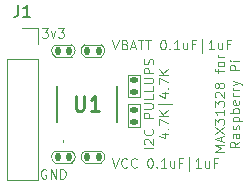
<source format=gbr>
%TF.GenerationSoftware,KiCad,Pcbnew,8.0.4*%
%TF.CreationDate,2024-08-21T17:48:23-04:00*%
%TF.ProjectId,pi_max31328,70695f6d-6178-4333-9133-32382e6b6963,rev?*%
%TF.SameCoordinates,Original*%
%TF.FileFunction,Legend,Top*%
%TF.FilePolarity,Positive*%
%FSLAX46Y46*%
G04 Gerber Fmt 4.6, Leading zero omitted, Abs format (unit mm)*
G04 Created by KiCad (PCBNEW 8.0.4) date 2024-08-21 17:48:23*
%MOMM*%
%LPD*%
G01*
G04 APERTURE LIST*
G04 Aperture macros list*
%AMRoundRect*
0 Rectangle with rounded corners*
0 $1 Rounding radius*
0 $2 $3 $4 $5 $6 $7 $8 $9 X,Y pos of 4 corners*
0 Add a 4 corners polygon primitive as box body*
4,1,4,$2,$3,$4,$5,$6,$7,$8,$9,$2,$3,0*
0 Add four circle primitives for the rounded corners*
1,1,$1+$1,$2,$3*
1,1,$1+$1,$4,$5*
1,1,$1+$1,$6,$7*
1,1,$1+$1,$8,$9*
0 Add four rect primitives between the rounded corners*
20,1,$1+$1,$2,$3,$4,$5,0*
20,1,$1+$1,$4,$5,$6,$7,0*
20,1,$1+$1,$6,$7,$8,$9,0*
20,1,$1+$1,$8,$9,$2,$3,0*%
G04 Aperture macros list end*
%ADD10C,0.100000*%
%ADD11C,0.150000*%
%ADD12C,0.254000*%
%ADD13C,0.120000*%
%ADD14C,0.200000*%
%ADD15R,1.700000X1.700000*%
%ADD16O,1.700000X1.700000*%
%ADD17R,0.450000X0.875000*%
%ADD18RoundRect,0.140000X-0.140000X-0.170000X0.140000X-0.170000X0.140000X0.170000X-0.140000X0.170000X0*%
%ADD19RoundRect,0.140000X0.140000X0.170000X-0.140000X0.170000X-0.140000X-0.170000X0.140000X-0.170000X0*%
%ADD20RoundRect,0.135000X-0.185000X0.135000X-0.185000X-0.135000X0.185000X-0.135000X0.185000X0.135000X0*%
%ADD21RoundRect,0.135000X0.185000X-0.135000X0.185000X0.135000X-0.185000X0.135000X-0.185000X-0.135000X0*%
G04 APERTURE END LIST*
D10*
X25641979Y-21596895D02*
X25908646Y-22396895D01*
X25908646Y-22396895D02*
X26175312Y-21596895D01*
X26708645Y-21977847D02*
X26822931Y-22015942D01*
X26822931Y-22015942D02*
X26861026Y-22054038D01*
X26861026Y-22054038D02*
X26899122Y-22130228D01*
X26899122Y-22130228D02*
X26899122Y-22244514D01*
X26899122Y-22244514D02*
X26861026Y-22320704D01*
X26861026Y-22320704D02*
X26822931Y-22358800D01*
X26822931Y-22358800D02*
X26746741Y-22396895D01*
X26746741Y-22396895D02*
X26441979Y-22396895D01*
X26441979Y-22396895D02*
X26441979Y-21596895D01*
X26441979Y-21596895D02*
X26708645Y-21596895D01*
X26708645Y-21596895D02*
X26784836Y-21634990D01*
X26784836Y-21634990D02*
X26822931Y-21673085D01*
X26822931Y-21673085D02*
X26861026Y-21749276D01*
X26861026Y-21749276D02*
X26861026Y-21825466D01*
X26861026Y-21825466D02*
X26822931Y-21901657D01*
X26822931Y-21901657D02*
X26784836Y-21939752D01*
X26784836Y-21939752D02*
X26708645Y-21977847D01*
X26708645Y-21977847D02*
X26441979Y-21977847D01*
X27203883Y-22168323D02*
X27584836Y-22168323D01*
X27127693Y-22396895D02*
X27394360Y-21596895D01*
X27394360Y-21596895D02*
X27661026Y-22396895D01*
X27813407Y-21596895D02*
X28270550Y-21596895D01*
X28041978Y-22396895D02*
X28041978Y-21596895D01*
X28422931Y-21596895D02*
X28880074Y-21596895D01*
X28651502Y-22396895D02*
X28651502Y-21596895D01*
X29908646Y-21596895D02*
X29984836Y-21596895D01*
X29984836Y-21596895D02*
X30061027Y-21634990D01*
X30061027Y-21634990D02*
X30099122Y-21673085D01*
X30099122Y-21673085D02*
X30137217Y-21749276D01*
X30137217Y-21749276D02*
X30175312Y-21901657D01*
X30175312Y-21901657D02*
X30175312Y-22092133D01*
X30175312Y-22092133D02*
X30137217Y-22244514D01*
X30137217Y-22244514D02*
X30099122Y-22320704D01*
X30099122Y-22320704D02*
X30061027Y-22358800D01*
X30061027Y-22358800D02*
X29984836Y-22396895D01*
X29984836Y-22396895D02*
X29908646Y-22396895D01*
X29908646Y-22396895D02*
X29832455Y-22358800D01*
X29832455Y-22358800D02*
X29794360Y-22320704D01*
X29794360Y-22320704D02*
X29756265Y-22244514D01*
X29756265Y-22244514D02*
X29718169Y-22092133D01*
X29718169Y-22092133D02*
X29718169Y-21901657D01*
X29718169Y-21901657D02*
X29756265Y-21749276D01*
X29756265Y-21749276D02*
X29794360Y-21673085D01*
X29794360Y-21673085D02*
X29832455Y-21634990D01*
X29832455Y-21634990D02*
X29908646Y-21596895D01*
X30518170Y-22320704D02*
X30556265Y-22358800D01*
X30556265Y-22358800D02*
X30518170Y-22396895D01*
X30518170Y-22396895D02*
X30480074Y-22358800D01*
X30480074Y-22358800D02*
X30518170Y-22320704D01*
X30518170Y-22320704D02*
X30518170Y-22396895D01*
X31318169Y-22396895D02*
X30861026Y-22396895D01*
X31089598Y-22396895D02*
X31089598Y-21596895D01*
X31089598Y-21596895D02*
X31013407Y-21711180D01*
X31013407Y-21711180D02*
X30937217Y-21787371D01*
X30937217Y-21787371D02*
X30861026Y-21825466D01*
X32003884Y-21863561D02*
X32003884Y-22396895D01*
X31661027Y-21863561D02*
X31661027Y-22282609D01*
X31661027Y-22282609D02*
X31699122Y-22358800D01*
X31699122Y-22358800D02*
X31775312Y-22396895D01*
X31775312Y-22396895D02*
X31889598Y-22396895D01*
X31889598Y-22396895D02*
X31965789Y-22358800D01*
X31965789Y-22358800D02*
X32003884Y-22320704D01*
X32651503Y-21977847D02*
X32384837Y-21977847D01*
X32384837Y-22396895D02*
X32384837Y-21596895D01*
X32384837Y-21596895D02*
X32765789Y-21596895D01*
X33261027Y-22663561D02*
X33261027Y-21520704D01*
X34251503Y-22396895D02*
X33794360Y-22396895D01*
X34022932Y-22396895D02*
X34022932Y-21596895D01*
X34022932Y-21596895D02*
X33946741Y-21711180D01*
X33946741Y-21711180D02*
X33870551Y-21787371D01*
X33870551Y-21787371D02*
X33794360Y-21825466D01*
X34937218Y-21863561D02*
X34937218Y-22396895D01*
X34594361Y-21863561D02*
X34594361Y-22282609D01*
X34594361Y-22282609D02*
X34632456Y-22358800D01*
X34632456Y-22358800D02*
X34708646Y-22396895D01*
X34708646Y-22396895D02*
X34822932Y-22396895D01*
X34822932Y-22396895D02*
X34899123Y-22358800D01*
X34899123Y-22358800D02*
X34937218Y-22320704D01*
X35584837Y-21977847D02*
X35318171Y-21977847D01*
X35318171Y-22396895D02*
X35318171Y-21596895D01*
X35318171Y-21596895D02*
X35699123Y-21596895D01*
X35108940Y-31038095D02*
X34308940Y-31038095D01*
X34308940Y-31038095D02*
X34880368Y-30771429D01*
X34880368Y-30771429D02*
X34308940Y-30504762D01*
X34308940Y-30504762D02*
X35108940Y-30504762D01*
X34880368Y-30161905D02*
X34880368Y-29780952D01*
X35108940Y-30238095D02*
X34308940Y-29971428D01*
X34308940Y-29971428D02*
X35108940Y-29704762D01*
X34308940Y-29514286D02*
X35108940Y-28980952D01*
X34308940Y-28980952D02*
X35108940Y-29514286D01*
X34308940Y-28752381D02*
X34308940Y-28257143D01*
X34308940Y-28257143D02*
X34613702Y-28523809D01*
X34613702Y-28523809D02*
X34613702Y-28409524D01*
X34613702Y-28409524D02*
X34651797Y-28333333D01*
X34651797Y-28333333D02*
X34689892Y-28295238D01*
X34689892Y-28295238D02*
X34766083Y-28257143D01*
X34766083Y-28257143D02*
X34956559Y-28257143D01*
X34956559Y-28257143D02*
X35032749Y-28295238D01*
X35032749Y-28295238D02*
X35070845Y-28333333D01*
X35070845Y-28333333D02*
X35108940Y-28409524D01*
X35108940Y-28409524D02*
X35108940Y-28638095D01*
X35108940Y-28638095D02*
X35070845Y-28714286D01*
X35070845Y-28714286D02*
X35032749Y-28752381D01*
X35108940Y-27495238D02*
X35108940Y-27952381D01*
X35108940Y-27723809D02*
X34308940Y-27723809D01*
X34308940Y-27723809D02*
X34423225Y-27800000D01*
X34423225Y-27800000D02*
X34499416Y-27876190D01*
X34499416Y-27876190D02*
X34537511Y-27952381D01*
X34308940Y-27228571D02*
X34308940Y-26733333D01*
X34308940Y-26733333D02*
X34613702Y-26999999D01*
X34613702Y-26999999D02*
X34613702Y-26885714D01*
X34613702Y-26885714D02*
X34651797Y-26809523D01*
X34651797Y-26809523D02*
X34689892Y-26771428D01*
X34689892Y-26771428D02*
X34766083Y-26733333D01*
X34766083Y-26733333D02*
X34956559Y-26733333D01*
X34956559Y-26733333D02*
X35032749Y-26771428D01*
X35032749Y-26771428D02*
X35070845Y-26809523D01*
X35070845Y-26809523D02*
X35108940Y-26885714D01*
X35108940Y-26885714D02*
X35108940Y-27114285D01*
X35108940Y-27114285D02*
X35070845Y-27190476D01*
X35070845Y-27190476D02*
X35032749Y-27228571D01*
X34385130Y-26428571D02*
X34347035Y-26390475D01*
X34347035Y-26390475D02*
X34308940Y-26314285D01*
X34308940Y-26314285D02*
X34308940Y-26123809D01*
X34308940Y-26123809D02*
X34347035Y-26047618D01*
X34347035Y-26047618D02*
X34385130Y-26009523D01*
X34385130Y-26009523D02*
X34461321Y-25971428D01*
X34461321Y-25971428D02*
X34537511Y-25971428D01*
X34537511Y-25971428D02*
X34651797Y-26009523D01*
X34651797Y-26009523D02*
X35108940Y-26466666D01*
X35108940Y-26466666D02*
X35108940Y-25971428D01*
X34651797Y-25514285D02*
X34613702Y-25590475D01*
X34613702Y-25590475D02*
X34575606Y-25628570D01*
X34575606Y-25628570D02*
X34499416Y-25666666D01*
X34499416Y-25666666D02*
X34461321Y-25666666D01*
X34461321Y-25666666D02*
X34385130Y-25628570D01*
X34385130Y-25628570D02*
X34347035Y-25590475D01*
X34347035Y-25590475D02*
X34308940Y-25514285D01*
X34308940Y-25514285D02*
X34308940Y-25361904D01*
X34308940Y-25361904D02*
X34347035Y-25285713D01*
X34347035Y-25285713D02*
X34385130Y-25247618D01*
X34385130Y-25247618D02*
X34461321Y-25209523D01*
X34461321Y-25209523D02*
X34499416Y-25209523D01*
X34499416Y-25209523D02*
X34575606Y-25247618D01*
X34575606Y-25247618D02*
X34613702Y-25285713D01*
X34613702Y-25285713D02*
X34651797Y-25361904D01*
X34651797Y-25361904D02*
X34651797Y-25514285D01*
X34651797Y-25514285D02*
X34689892Y-25590475D01*
X34689892Y-25590475D02*
X34727987Y-25628570D01*
X34727987Y-25628570D02*
X34804178Y-25666666D01*
X34804178Y-25666666D02*
X34956559Y-25666666D01*
X34956559Y-25666666D02*
X35032749Y-25628570D01*
X35032749Y-25628570D02*
X35070845Y-25590475D01*
X35070845Y-25590475D02*
X35108940Y-25514285D01*
X35108940Y-25514285D02*
X35108940Y-25361904D01*
X35108940Y-25361904D02*
X35070845Y-25285713D01*
X35070845Y-25285713D02*
X35032749Y-25247618D01*
X35032749Y-25247618D02*
X34956559Y-25209523D01*
X34956559Y-25209523D02*
X34804178Y-25209523D01*
X34804178Y-25209523D02*
X34727987Y-25247618D01*
X34727987Y-25247618D02*
X34689892Y-25285713D01*
X34689892Y-25285713D02*
X34651797Y-25361904D01*
X34575606Y-24371427D02*
X34575606Y-24066665D01*
X35108940Y-24257141D02*
X34423225Y-24257141D01*
X34423225Y-24257141D02*
X34347035Y-24219046D01*
X34347035Y-24219046D02*
X34308940Y-24142856D01*
X34308940Y-24142856D02*
X34308940Y-24066665D01*
X35108940Y-23685713D02*
X35070845Y-23761903D01*
X35070845Y-23761903D02*
X35032749Y-23799998D01*
X35032749Y-23799998D02*
X34956559Y-23838094D01*
X34956559Y-23838094D02*
X34727987Y-23838094D01*
X34727987Y-23838094D02*
X34651797Y-23799998D01*
X34651797Y-23799998D02*
X34613702Y-23761903D01*
X34613702Y-23761903D02*
X34575606Y-23685713D01*
X34575606Y-23685713D02*
X34575606Y-23571427D01*
X34575606Y-23571427D02*
X34613702Y-23495236D01*
X34613702Y-23495236D02*
X34651797Y-23457141D01*
X34651797Y-23457141D02*
X34727987Y-23419046D01*
X34727987Y-23419046D02*
X34956559Y-23419046D01*
X34956559Y-23419046D02*
X35032749Y-23457141D01*
X35032749Y-23457141D02*
X35070845Y-23495236D01*
X35070845Y-23495236D02*
X35108940Y-23571427D01*
X35108940Y-23571427D02*
X35108940Y-23685713D01*
X35108940Y-23076188D02*
X34575606Y-23076188D01*
X34727987Y-23076188D02*
X34651797Y-23038093D01*
X34651797Y-23038093D02*
X34613702Y-22999998D01*
X34613702Y-22999998D02*
X34575606Y-22923807D01*
X34575606Y-22923807D02*
X34575606Y-22847617D01*
X36396895Y-30199999D02*
X36015942Y-30466666D01*
X36396895Y-30657142D02*
X35596895Y-30657142D01*
X35596895Y-30657142D02*
X35596895Y-30352380D01*
X35596895Y-30352380D02*
X35634990Y-30276190D01*
X35634990Y-30276190D02*
X35673085Y-30238095D01*
X35673085Y-30238095D02*
X35749276Y-30199999D01*
X35749276Y-30199999D02*
X35863561Y-30199999D01*
X35863561Y-30199999D02*
X35939752Y-30238095D01*
X35939752Y-30238095D02*
X35977847Y-30276190D01*
X35977847Y-30276190D02*
X36015942Y-30352380D01*
X36015942Y-30352380D02*
X36015942Y-30657142D01*
X36396895Y-29514285D02*
X35977847Y-29514285D01*
X35977847Y-29514285D02*
X35901657Y-29552380D01*
X35901657Y-29552380D02*
X35863561Y-29628571D01*
X35863561Y-29628571D02*
X35863561Y-29780952D01*
X35863561Y-29780952D02*
X35901657Y-29857142D01*
X36358800Y-29514285D02*
X36396895Y-29590476D01*
X36396895Y-29590476D02*
X36396895Y-29780952D01*
X36396895Y-29780952D02*
X36358800Y-29857142D01*
X36358800Y-29857142D02*
X36282609Y-29895238D01*
X36282609Y-29895238D02*
X36206419Y-29895238D01*
X36206419Y-29895238D02*
X36130228Y-29857142D01*
X36130228Y-29857142D02*
X36092133Y-29780952D01*
X36092133Y-29780952D02*
X36092133Y-29590476D01*
X36092133Y-29590476D02*
X36054038Y-29514285D01*
X36358800Y-29171428D02*
X36396895Y-29095237D01*
X36396895Y-29095237D02*
X36396895Y-28942856D01*
X36396895Y-28942856D02*
X36358800Y-28866666D01*
X36358800Y-28866666D02*
X36282609Y-28828570D01*
X36282609Y-28828570D02*
X36244514Y-28828570D01*
X36244514Y-28828570D02*
X36168323Y-28866666D01*
X36168323Y-28866666D02*
X36130228Y-28942856D01*
X36130228Y-28942856D02*
X36130228Y-29057142D01*
X36130228Y-29057142D02*
X36092133Y-29133332D01*
X36092133Y-29133332D02*
X36015942Y-29171428D01*
X36015942Y-29171428D02*
X35977847Y-29171428D01*
X35977847Y-29171428D02*
X35901657Y-29133332D01*
X35901657Y-29133332D02*
X35863561Y-29057142D01*
X35863561Y-29057142D02*
X35863561Y-28942856D01*
X35863561Y-28942856D02*
X35901657Y-28866666D01*
X35863561Y-28485713D02*
X36663561Y-28485713D01*
X35901657Y-28485713D02*
X35863561Y-28409523D01*
X35863561Y-28409523D02*
X35863561Y-28257142D01*
X35863561Y-28257142D02*
X35901657Y-28180951D01*
X35901657Y-28180951D02*
X35939752Y-28142856D01*
X35939752Y-28142856D02*
X36015942Y-28104761D01*
X36015942Y-28104761D02*
X36244514Y-28104761D01*
X36244514Y-28104761D02*
X36320704Y-28142856D01*
X36320704Y-28142856D02*
X36358800Y-28180951D01*
X36358800Y-28180951D02*
X36396895Y-28257142D01*
X36396895Y-28257142D02*
X36396895Y-28409523D01*
X36396895Y-28409523D02*
X36358800Y-28485713D01*
X36396895Y-27761903D02*
X35596895Y-27761903D01*
X35901657Y-27761903D02*
X35863561Y-27685713D01*
X35863561Y-27685713D02*
X35863561Y-27533332D01*
X35863561Y-27533332D02*
X35901657Y-27457141D01*
X35901657Y-27457141D02*
X35939752Y-27419046D01*
X35939752Y-27419046D02*
X36015942Y-27380951D01*
X36015942Y-27380951D02*
X36244514Y-27380951D01*
X36244514Y-27380951D02*
X36320704Y-27419046D01*
X36320704Y-27419046D02*
X36358800Y-27457141D01*
X36358800Y-27457141D02*
X36396895Y-27533332D01*
X36396895Y-27533332D02*
X36396895Y-27685713D01*
X36396895Y-27685713D02*
X36358800Y-27761903D01*
X36358800Y-26733331D02*
X36396895Y-26809522D01*
X36396895Y-26809522D02*
X36396895Y-26961903D01*
X36396895Y-26961903D02*
X36358800Y-27038093D01*
X36358800Y-27038093D02*
X36282609Y-27076189D01*
X36282609Y-27076189D02*
X35977847Y-27076189D01*
X35977847Y-27076189D02*
X35901657Y-27038093D01*
X35901657Y-27038093D02*
X35863561Y-26961903D01*
X35863561Y-26961903D02*
X35863561Y-26809522D01*
X35863561Y-26809522D02*
X35901657Y-26733331D01*
X35901657Y-26733331D02*
X35977847Y-26695236D01*
X35977847Y-26695236D02*
X36054038Y-26695236D01*
X36054038Y-26695236D02*
X36130228Y-27076189D01*
X36396895Y-26352379D02*
X35863561Y-26352379D01*
X36015942Y-26352379D02*
X35939752Y-26314284D01*
X35939752Y-26314284D02*
X35901657Y-26276189D01*
X35901657Y-26276189D02*
X35863561Y-26199998D01*
X35863561Y-26199998D02*
X35863561Y-26123808D01*
X36396895Y-25857141D02*
X35863561Y-25857141D01*
X36015942Y-25857141D02*
X35939752Y-25819046D01*
X35939752Y-25819046D02*
X35901657Y-25780951D01*
X35901657Y-25780951D02*
X35863561Y-25704760D01*
X35863561Y-25704760D02*
X35863561Y-25628570D01*
X35863561Y-25438094D02*
X36396895Y-25247618D01*
X35863561Y-25057141D02*
X36396895Y-25247618D01*
X36396895Y-25247618D02*
X36587371Y-25323808D01*
X36587371Y-25323808D02*
X36625466Y-25361903D01*
X36625466Y-25361903D02*
X36663561Y-25438094D01*
X36396895Y-24142855D02*
X35596895Y-24142855D01*
X35596895Y-24142855D02*
X35596895Y-23838093D01*
X35596895Y-23838093D02*
X35634990Y-23761903D01*
X35634990Y-23761903D02*
X35673085Y-23723808D01*
X35673085Y-23723808D02*
X35749276Y-23685712D01*
X35749276Y-23685712D02*
X35863561Y-23685712D01*
X35863561Y-23685712D02*
X35939752Y-23723808D01*
X35939752Y-23723808D02*
X35977847Y-23761903D01*
X35977847Y-23761903D02*
X36015942Y-23838093D01*
X36015942Y-23838093D02*
X36015942Y-24142855D01*
X36396895Y-23342855D02*
X35863561Y-23342855D01*
X35596895Y-23342855D02*
X35634990Y-23380951D01*
X35634990Y-23380951D02*
X35673085Y-23342855D01*
X35673085Y-23342855D02*
X35634990Y-23304760D01*
X35634990Y-23304760D02*
X35596895Y-23342855D01*
X35596895Y-23342855D02*
X35673085Y-23342855D01*
X19680074Y-20596895D02*
X20175312Y-20596895D01*
X20175312Y-20596895D02*
X19908646Y-20901657D01*
X19908646Y-20901657D02*
X20022931Y-20901657D01*
X20022931Y-20901657D02*
X20099122Y-20939752D01*
X20099122Y-20939752D02*
X20137217Y-20977847D01*
X20137217Y-20977847D02*
X20175312Y-21054038D01*
X20175312Y-21054038D02*
X20175312Y-21244514D01*
X20175312Y-21244514D02*
X20137217Y-21320704D01*
X20137217Y-21320704D02*
X20099122Y-21358800D01*
X20099122Y-21358800D02*
X20022931Y-21396895D01*
X20022931Y-21396895D02*
X19794360Y-21396895D01*
X19794360Y-21396895D02*
X19718169Y-21358800D01*
X19718169Y-21358800D02*
X19680074Y-21320704D01*
X20441979Y-20863561D02*
X20632455Y-21396895D01*
X20632455Y-21396895D02*
X20822932Y-20863561D01*
X21051503Y-20596895D02*
X21546741Y-20596895D01*
X21546741Y-20596895D02*
X21280075Y-20901657D01*
X21280075Y-20901657D02*
X21394360Y-20901657D01*
X21394360Y-20901657D02*
X21470551Y-20939752D01*
X21470551Y-20939752D02*
X21508646Y-20977847D01*
X21508646Y-20977847D02*
X21546741Y-21054038D01*
X21546741Y-21054038D02*
X21546741Y-21244514D01*
X21546741Y-21244514D02*
X21508646Y-21320704D01*
X21508646Y-21320704D02*
X21470551Y-21358800D01*
X21470551Y-21358800D02*
X21394360Y-21396895D01*
X21394360Y-21396895D02*
X21165789Y-21396895D01*
X21165789Y-21396895D02*
X21089598Y-21358800D01*
X21089598Y-21358800D02*
X21051503Y-21320704D01*
X25641979Y-31596895D02*
X25908646Y-32396895D01*
X25908646Y-32396895D02*
X26175312Y-31596895D01*
X26899122Y-32320704D02*
X26861026Y-32358800D01*
X26861026Y-32358800D02*
X26746741Y-32396895D01*
X26746741Y-32396895D02*
X26670550Y-32396895D01*
X26670550Y-32396895D02*
X26556264Y-32358800D01*
X26556264Y-32358800D02*
X26480074Y-32282609D01*
X26480074Y-32282609D02*
X26441979Y-32206419D01*
X26441979Y-32206419D02*
X26403883Y-32054038D01*
X26403883Y-32054038D02*
X26403883Y-31939752D01*
X26403883Y-31939752D02*
X26441979Y-31787371D01*
X26441979Y-31787371D02*
X26480074Y-31711180D01*
X26480074Y-31711180D02*
X26556264Y-31634990D01*
X26556264Y-31634990D02*
X26670550Y-31596895D01*
X26670550Y-31596895D02*
X26746741Y-31596895D01*
X26746741Y-31596895D02*
X26861026Y-31634990D01*
X26861026Y-31634990D02*
X26899122Y-31673085D01*
X27699122Y-32320704D02*
X27661026Y-32358800D01*
X27661026Y-32358800D02*
X27546741Y-32396895D01*
X27546741Y-32396895D02*
X27470550Y-32396895D01*
X27470550Y-32396895D02*
X27356264Y-32358800D01*
X27356264Y-32358800D02*
X27280074Y-32282609D01*
X27280074Y-32282609D02*
X27241979Y-32206419D01*
X27241979Y-32206419D02*
X27203883Y-32054038D01*
X27203883Y-32054038D02*
X27203883Y-31939752D01*
X27203883Y-31939752D02*
X27241979Y-31787371D01*
X27241979Y-31787371D02*
X27280074Y-31711180D01*
X27280074Y-31711180D02*
X27356264Y-31634990D01*
X27356264Y-31634990D02*
X27470550Y-31596895D01*
X27470550Y-31596895D02*
X27546741Y-31596895D01*
X27546741Y-31596895D02*
X27661026Y-31634990D01*
X27661026Y-31634990D02*
X27699122Y-31673085D01*
X28803884Y-31596895D02*
X28880074Y-31596895D01*
X28880074Y-31596895D02*
X28956265Y-31634990D01*
X28956265Y-31634990D02*
X28994360Y-31673085D01*
X28994360Y-31673085D02*
X29032455Y-31749276D01*
X29032455Y-31749276D02*
X29070550Y-31901657D01*
X29070550Y-31901657D02*
X29070550Y-32092133D01*
X29070550Y-32092133D02*
X29032455Y-32244514D01*
X29032455Y-32244514D02*
X28994360Y-32320704D01*
X28994360Y-32320704D02*
X28956265Y-32358800D01*
X28956265Y-32358800D02*
X28880074Y-32396895D01*
X28880074Y-32396895D02*
X28803884Y-32396895D01*
X28803884Y-32396895D02*
X28727693Y-32358800D01*
X28727693Y-32358800D02*
X28689598Y-32320704D01*
X28689598Y-32320704D02*
X28651503Y-32244514D01*
X28651503Y-32244514D02*
X28613407Y-32092133D01*
X28613407Y-32092133D02*
X28613407Y-31901657D01*
X28613407Y-31901657D02*
X28651503Y-31749276D01*
X28651503Y-31749276D02*
X28689598Y-31673085D01*
X28689598Y-31673085D02*
X28727693Y-31634990D01*
X28727693Y-31634990D02*
X28803884Y-31596895D01*
X29413408Y-32320704D02*
X29451503Y-32358800D01*
X29451503Y-32358800D02*
X29413408Y-32396895D01*
X29413408Y-32396895D02*
X29375312Y-32358800D01*
X29375312Y-32358800D02*
X29413408Y-32320704D01*
X29413408Y-32320704D02*
X29413408Y-32396895D01*
X30213407Y-32396895D02*
X29756264Y-32396895D01*
X29984836Y-32396895D02*
X29984836Y-31596895D01*
X29984836Y-31596895D02*
X29908645Y-31711180D01*
X29908645Y-31711180D02*
X29832455Y-31787371D01*
X29832455Y-31787371D02*
X29756264Y-31825466D01*
X30899122Y-31863561D02*
X30899122Y-32396895D01*
X30556265Y-31863561D02*
X30556265Y-32282609D01*
X30556265Y-32282609D02*
X30594360Y-32358800D01*
X30594360Y-32358800D02*
X30670550Y-32396895D01*
X30670550Y-32396895D02*
X30784836Y-32396895D01*
X30784836Y-32396895D02*
X30861027Y-32358800D01*
X30861027Y-32358800D02*
X30899122Y-32320704D01*
X31546741Y-31977847D02*
X31280075Y-31977847D01*
X31280075Y-32396895D02*
X31280075Y-31596895D01*
X31280075Y-31596895D02*
X31661027Y-31596895D01*
X32156265Y-32663561D02*
X32156265Y-31520704D01*
X33146741Y-32396895D02*
X32689598Y-32396895D01*
X32918170Y-32396895D02*
X32918170Y-31596895D01*
X32918170Y-31596895D02*
X32841979Y-31711180D01*
X32841979Y-31711180D02*
X32765789Y-31787371D01*
X32765789Y-31787371D02*
X32689598Y-31825466D01*
X33832456Y-31863561D02*
X33832456Y-32396895D01*
X33489599Y-31863561D02*
X33489599Y-32282609D01*
X33489599Y-32282609D02*
X33527694Y-32358800D01*
X33527694Y-32358800D02*
X33603884Y-32396895D01*
X33603884Y-32396895D02*
X33718170Y-32396895D01*
X33718170Y-32396895D02*
X33794361Y-32358800D01*
X33794361Y-32358800D02*
X33832456Y-32320704D01*
X34480075Y-31977847D02*
X34213409Y-31977847D01*
X34213409Y-32396895D02*
X34213409Y-31596895D01*
X34213409Y-31596895D02*
X34594361Y-31596895D01*
X20030312Y-32574990D02*
X19954122Y-32536895D01*
X19954122Y-32536895D02*
X19839836Y-32536895D01*
X19839836Y-32536895D02*
X19725550Y-32574990D01*
X19725550Y-32574990D02*
X19649360Y-32651180D01*
X19649360Y-32651180D02*
X19611265Y-32727371D01*
X19611265Y-32727371D02*
X19573169Y-32879752D01*
X19573169Y-32879752D02*
X19573169Y-32994038D01*
X19573169Y-32994038D02*
X19611265Y-33146419D01*
X19611265Y-33146419D02*
X19649360Y-33222609D01*
X19649360Y-33222609D02*
X19725550Y-33298800D01*
X19725550Y-33298800D02*
X19839836Y-33336895D01*
X19839836Y-33336895D02*
X19916027Y-33336895D01*
X19916027Y-33336895D02*
X20030312Y-33298800D01*
X20030312Y-33298800D02*
X20068408Y-33260704D01*
X20068408Y-33260704D02*
X20068408Y-32994038D01*
X20068408Y-32994038D02*
X19916027Y-32994038D01*
X20411265Y-33336895D02*
X20411265Y-32536895D01*
X20411265Y-32536895D02*
X20868408Y-33336895D01*
X20868408Y-33336895D02*
X20868408Y-32536895D01*
X21249360Y-33336895D02*
X21249360Y-32536895D01*
X21249360Y-32536895D02*
X21439836Y-32536895D01*
X21439836Y-32536895D02*
X21554122Y-32574990D01*
X21554122Y-32574990D02*
X21630312Y-32651180D01*
X21630312Y-32651180D02*
X21668407Y-32727371D01*
X21668407Y-32727371D02*
X21706503Y-32879752D01*
X21706503Y-32879752D02*
X21706503Y-32994038D01*
X21706503Y-32994038D02*
X21668407Y-33146419D01*
X21668407Y-33146419D02*
X21630312Y-33222609D01*
X21630312Y-33222609D02*
X21554122Y-33298800D01*
X21554122Y-33298800D02*
X21439836Y-33336895D01*
X21439836Y-33336895D02*
X21249360Y-33336895D01*
X29108940Y-30752380D02*
X28308940Y-30752380D01*
X28385130Y-30409524D02*
X28347035Y-30371428D01*
X28347035Y-30371428D02*
X28308940Y-30295238D01*
X28308940Y-30295238D02*
X28308940Y-30104762D01*
X28308940Y-30104762D02*
X28347035Y-30028571D01*
X28347035Y-30028571D02*
X28385130Y-29990476D01*
X28385130Y-29990476D02*
X28461321Y-29952381D01*
X28461321Y-29952381D02*
X28537511Y-29952381D01*
X28537511Y-29952381D02*
X28651797Y-29990476D01*
X28651797Y-29990476D02*
X29108940Y-30447619D01*
X29108940Y-30447619D02*
X29108940Y-29952381D01*
X29032749Y-29152380D02*
X29070845Y-29190476D01*
X29070845Y-29190476D02*
X29108940Y-29304761D01*
X29108940Y-29304761D02*
X29108940Y-29380952D01*
X29108940Y-29380952D02*
X29070845Y-29495238D01*
X29070845Y-29495238D02*
X28994654Y-29571428D01*
X28994654Y-29571428D02*
X28918464Y-29609523D01*
X28918464Y-29609523D02*
X28766083Y-29647619D01*
X28766083Y-29647619D02*
X28651797Y-29647619D01*
X28651797Y-29647619D02*
X28499416Y-29609523D01*
X28499416Y-29609523D02*
X28423225Y-29571428D01*
X28423225Y-29571428D02*
X28347035Y-29495238D01*
X28347035Y-29495238D02*
X28308940Y-29380952D01*
X28308940Y-29380952D02*
X28308940Y-29304761D01*
X28308940Y-29304761D02*
X28347035Y-29190476D01*
X28347035Y-29190476D02*
X28385130Y-29152380D01*
X29108940Y-28199999D02*
X28308940Y-28199999D01*
X28308940Y-28199999D02*
X28308940Y-27895237D01*
X28308940Y-27895237D02*
X28347035Y-27819047D01*
X28347035Y-27819047D02*
X28385130Y-27780952D01*
X28385130Y-27780952D02*
X28461321Y-27742856D01*
X28461321Y-27742856D02*
X28575606Y-27742856D01*
X28575606Y-27742856D02*
X28651797Y-27780952D01*
X28651797Y-27780952D02*
X28689892Y-27819047D01*
X28689892Y-27819047D02*
X28727987Y-27895237D01*
X28727987Y-27895237D02*
X28727987Y-28199999D01*
X28308940Y-27399999D02*
X28956559Y-27399999D01*
X28956559Y-27399999D02*
X29032749Y-27361904D01*
X29032749Y-27361904D02*
X29070845Y-27323809D01*
X29070845Y-27323809D02*
X29108940Y-27247618D01*
X29108940Y-27247618D02*
X29108940Y-27095237D01*
X29108940Y-27095237D02*
X29070845Y-27019047D01*
X29070845Y-27019047D02*
X29032749Y-26980952D01*
X29032749Y-26980952D02*
X28956559Y-26942856D01*
X28956559Y-26942856D02*
X28308940Y-26942856D01*
X29108940Y-26180952D02*
X29108940Y-26561904D01*
X29108940Y-26561904D02*
X28308940Y-26561904D01*
X29108940Y-25533333D02*
X29108940Y-25914285D01*
X29108940Y-25914285D02*
X28308940Y-25914285D01*
X28308940Y-25266666D02*
X28956559Y-25266666D01*
X28956559Y-25266666D02*
X29032749Y-25228571D01*
X29032749Y-25228571D02*
X29070845Y-25190476D01*
X29070845Y-25190476D02*
X29108940Y-25114285D01*
X29108940Y-25114285D02*
X29108940Y-24961904D01*
X29108940Y-24961904D02*
X29070845Y-24885714D01*
X29070845Y-24885714D02*
X29032749Y-24847619D01*
X29032749Y-24847619D02*
X28956559Y-24809523D01*
X28956559Y-24809523D02*
X28308940Y-24809523D01*
X29108940Y-24428571D02*
X28308940Y-24428571D01*
X28308940Y-24428571D02*
X28308940Y-24123809D01*
X28308940Y-24123809D02*
X28347035Y-24047619D01*
X28347035Y-24047619D02*
X28385130Y-24009524D01*
X28385130Y-24009524D02*
X28461321Y-23971428D01*
X28461321Y-23971428D02*
X28575606Y-23971428D01*
X28575606Y-23971428D02*
X28651797Y-24009524D01*
X28651797Y-24009524D02*
X28689892Y-24047619D01*
X28689892Y-24047619D02*
X28727987Y-24123809D01*
X28727987Y-24123809D02*
X28727987Y-24428571D01*
X29070845Y-23666667D02*
X29108940Y-23552381D01*
X29108940Y-23552381D02*
X29108940Y-23361905D01*
X29108940Y-23361905D02*
X29070845Y-23285714D01*
X29070845Y-23285714D02*
X29032749Y-23247619D01*
X29032749Y-23247619D02*
X28956559Y-23209524D01*
X28956559Y-23209524D02*
X28880368Y-23209524D01*
X28880368Y-23209524D02*
X28804178Y-23247619D01*
X28804178Y-23247619D02*
X28766083Y-23285714D01*
X28766083Y-23285714D02*
X28727987Y-23361905D01*
X28727987Y-23361905D02*
X28689892Y-23514286D01*
X28689892Y-23514286D02*
X28651797Y-23590476D01*
X28651797Y-23590476D02*
X28613702Y-23628571D01*
X28613702Y-23628571D02*
X28537511Y-23666667D01*
X28537511Y-23666667D02*
X28461321Y-23666667D01*
X28461321Y-23666667D02*
X28385130Y-23628571D01*
X28385130Y-23628571D02*
X28347035Y-23590476D01*
X28347035Y-23590476D02*
X28308940Y-23514286D01*
X28308940Y-23514286D02*
X28308940Y-23323809D01*
X28308940Y-23323809D02*
X28347035Y-23209524D01*
X29863561Y-29552380D02*
X30396895Y-29552380D01*
X29558800Y-29742856D02*
X30130228Y-29933333D01*
X30130228Y-29933333D02*
X30130228Y-29438094D01*
X30320704Y-29133332D02*
X30358800Y-29095237D01*
X30358800Y-29095237D02*
X30396895Y-29133332D01*
X30396895Y-29133332D02*
X30358800Y-29171428D01*
X30358800Y-29171428D02*
X30320704Y-29133332D01*
X30320704Y-29133332D02*
X30396895Y-29133332D01*
X29596895Y-28828571D02*
X29596895Y-28295237D01*
X29596895Y-28295237D02*
X30396895Y-28638095D01*
X30396895Y-27990475D02*
X29596895Y-27990475D01*
X30396895Y-27533332D02*
X29939752Y-27876190D01*
X29596895Y-27533332D02*
X30054038Y-27990475D01*
X30663561Y-26999999D02*
X29520704Y-26999999D01*
X29863561Y-26085713D02*
X30396895Y-26085713D01*
X29558800Y-26276189D02*
X30130228Y-26466666D01*
X30130228Y-26466666D02*
X30130228Y-25971427D01*
X30320704Y-25666665D02*
X30358800Y-25628570D01*
X30358800Y-25628570D02*
X30396895Y-25666665D01*
X30396895Y-25666665D02*
X30358800Y-25704761D01*
X30358800Y-25704761D02*
X30320704Y-25666665D01*
X30320704Y-25666665D02*
X30396895Y-25666665D01*
X29596895Y-25361904D02*
X29596895Y-24828570D01*
X29596895Y-24828570D02*
X30396895Y-25171428D01*
X30396895Y-24523808D02*
X29596895Y-24523808D01*
X30396895Y-24066665D02*
X29939752Y-24409523D01*
X29596895Y-24066665D02*
X30054038Y-24523808D01*
D11*
X17691666Y-18634819D02*
X17691666Y-19349104D01*
X17691666Y-19349104D02*
X17644047Y-19491961D01*
X17644047Y-19491961D02*
X17548809Y-19587200D01*
X17548809Y-19587200D02*
X17405952Y-19634819D01*
X17405952Y-19634819D02*
X17310714Y-19634819D01*
X18691666Y-19634819D02*
X18120238Y-19634819D01*
X18405952Y-19634819D02*
X18405952Y-18634819D01*
X18405952Y-18634819D02*
X18310714Y-18777676D01*
X18310714Y-18777676D02*
X18215476Y-18872914D01*
X18215476Y-18872914D02*
X18120238Y-18920533D01*
D12*
X22532380Y-26304318D02*
X22532380Y-27332413D01*
X22532380Y-27332413D02*
X22592857Y-27453365D01*
X22592857Y-27453365D02*
X22653333Y-27513842D01*
X22653333Y-27513842D02*
X22774285Y-27574318D01*
X22774285Y-27574318D02*
X23016190Y-27574318D01*
X23016190Y-27574318D02*
X23137142Y-27513842D01*
X23137142Y-27513842D02*
X23197619Y-27453365D01*
X23197619Y-27453365D02*
X23258095Y-27332413D01*
X23258095Y-27332413D02*
X23258095Y-26304318D01*
X24528095Y-27574318D02*
X23802380Y-27574318D01*
X24165237Y-27574318D02*
X24165237Y-26304318D01*
X24165237Y-26304318D02*
X24044285Y-26485746D01*
X24044285Y-26485746D02*
X23923333Y-26606699D01*
X23923333Y-26606699D02*
X23802380Y-26667175D01*
D13*
%TO.C,J1*%
X16695000Y-23220000D02*
X16695000Y-33440000D01*
X16695000Y-23220000D02*
X19355000Y-23220000D01*
X16695000Y-33440000D02*
X19355000Y-33440000D01*
X18025000Y-20620000D02*
X19355000Y-20620000D01*
X19355000Y-20620000D02*
X19355000Y-21950000D01*
X19355000Y-23220000D02*
X19355000Y-33440000D01*
D14*
%TO.C,U1*%
X21000000Y-25500000D02*
X21000000Y-28500000D01*
D10*
X21500000Y-30100000D02*
X21500000Y-30100000D01*
X21500000Y-30200000D02*
X21500000Y-30200000D01*
D14*
X26000000Y-25500000D02*
X26000000Y-28500000D01*
D10*
X21500000Y-30100000D02*
G75*
G02*
X21500000Y-30200000I0J-50000D01*
G01*
X21500000Y-30200000D02*
G75*
G02*
X21500000Y-30100000I0J50000D01*
G01*
D13*
%TO.C,C1*%
X23300000Y-32000000D02*
X24700000Y-32000000D01*
X24700000Y-31000000D02*
X23300000Y-31000000D01*
X23300000Y-32000000D02*
G75*
G02*
X23300000Y-31000000I269451J500000D01*
G01*
X24700000Y-31000000D02*
G75*
G02*
X24700000Y-32000000I-269450J-500000D01*
G01*
%TO.C,C2*%
X20800000Y-32000000D02*
X22200000Y-32000000D01*
X22200000Y-31000000D02*
X20800000Y-31000000D01*
X20800000Y-32000000D02*
G75*
G02*
X20800000Y-31000000I269450J500000D01*
G01*
X22200000Y-31000000D02*
G75*
G02*
X22200000Y-32000000I-269451J-500000D01*
G01*
%TO.C,R1*%
X27000000Y-27050000D02*
X27000000Y-28950000D01*
X27000000Y-28950000D02*
X28000000Y-28950000D01*
X28000000Y-27050000D02*
X27000000Y-27050000D01*
X28000000Y-28950000D02*
X28000000Y-27050000D01*
%TO.C,R2*%
X27000000Y-24550000D02*
X27000000Y-26450000D01*
X27000000Y-26450000D02*
X28000000Y-26450000D01*
X28000000Y-24550000D02*
X27000000Y-24550000D01*
X28000000Y-26450000D02*
X28000000Y-24550000D01*
%TO.C,C4*%
X20800000Y-23000000D02*
X22200000Y-23000000D01*
X22200000Y-22000000D02*
X20800000Y-22000000D01*
X20800000Y-23000000D02*
G75*
G02*
X20800000Y-22000000I269450J500000D01*
G01*
X22200000Y-22000000D02*
G75*
G02*
X22200000Y-23000000I-269451J-500000D01*
G01*
%TO.C,C3*%
X23300000Y-23000000D02*
X24700000Y-23000000D01*
X24700000Y-22000000D02*
X23300000Y-22000000D01*
X23300000Y-23000000D02*
G75*
G02*
X23300000Y-22000000I269451J500000D01*
G01*
X24700000Y-22000000D02*
G75*
G02*
X24700000Y-23000000I-269450J-500000D01*
G01*
%TD*%
%LPC*%
D15*
%TO.C,J1*%
X18025000Y-21950000D03*
D16*
X18025000Y-24490000D03*
X18025000Y-27030000D03*
X18025000Y-29570000D03*
X18025000Y-32110000D03*
%TD*%
D17*
%TO.C,U1*%
X21500000Y-29212000D03*
X22500000Y-29212000D03*
X23500000Y-29212000D03*
X24500000Y-29212000D03*
X25500000Y-29212000D03*
X25500000Y-24787000D03*
X24500000Y-24787000D03*
X23500000Y-24787000D03*
X22500000Y-24787000D03*
X21500000Y-24787000D03*
%TD*%
D18*
%TO.C,C1*%
X23520000Y-31500000D03*
X24480000Y-31500000D03*
%TD*%
D19*
%TO.C,C2*%
X21980000Y-31500000D03*
X21020000Y-31500000D03*
%TD*%
D20*
%TO.C,R1*%
X27500000Y-27490000D03*
X27500000Y-28510000D03*
%TD*%
D21*
%TO.C,R2*%
X27500000Y-26010000D03*
X27500000Y-24990000D03*
%TD*%
D19*
%TO.C,C4*%
X21980000Y-22500000D03*
X21020000Y-22500000D03*
%TD*%
D18*
%TO.C,C3*%
X23520000Y-22500000D03*
X24480000Y-22500000D03*
%TD*%
%LPD*%
M02*

</source>
